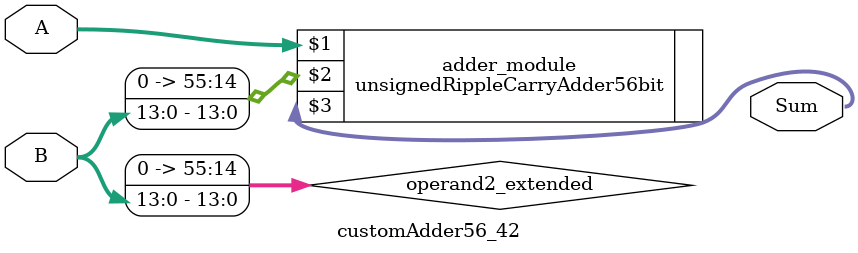
<source format=v>
module customAdder56_42(
                        input [55 : 0] A,
                        input [13 : 0] B,
                        
                        output [56 : 0] Sum
                );

        wire [55 : 0] operand2_extended;
        
        assign operand2_extended =  {42'b0, B};
        
        unsignedRippleCarryAdder56bit adder_module(
            A,
            operand2_extended,
            Sum
        );
        
        endmodule
        
</source>
